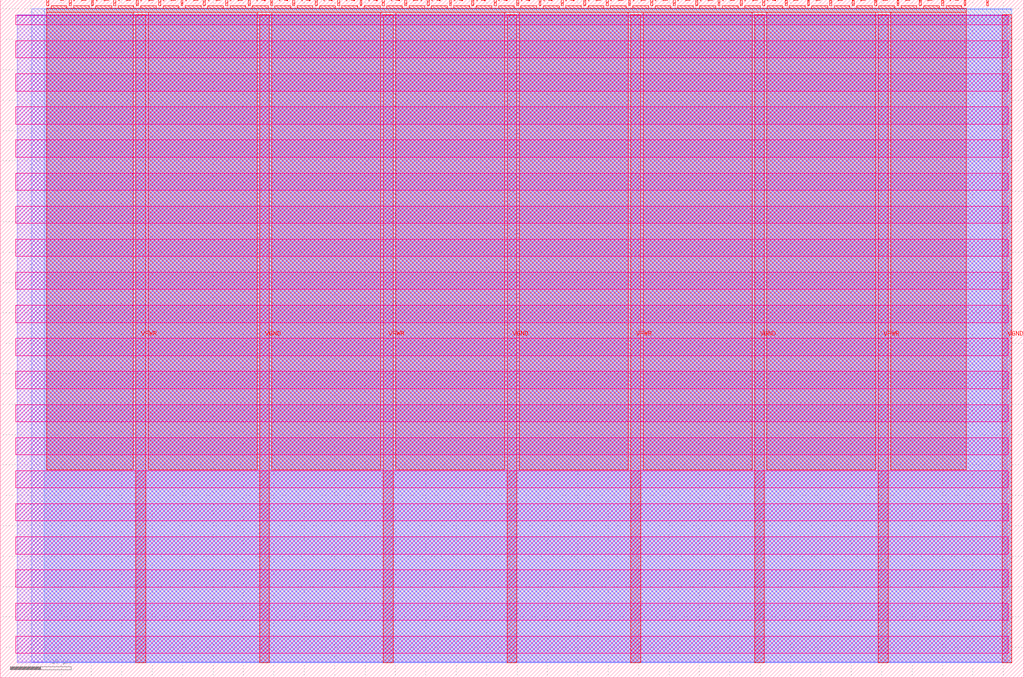
<source format=lef>
VERSION 5.7 ;
  NOWIREEXTENSIONATPIN ON ;
  DIVIDERCHAR "/" ;
  BUSBITCHARS "[]" ;
MACRO tt_um_ashleyjr_delay_line
  CLASS BLOCK ;
  FOREIGN tt_um_ashleyjr_delay_line ;
  ORIGIN 0.000 0.000 ;
  SIZE 168.360 BY 111.520 ;
  PIN VGND
    DIRECTION INOUT ;
    USE GROUND ;
    PORT
      LAYER met4 ;
        RECT 42.670 2.480 44.270 109.040 ;
    END
    PORT
      LAYER met4 ;
        RECT 83.380 2.480 84.980 109.040 ;
    END
    PORT
      LAYER met4 ;
        RECT 124.090 2.480 125.690 109.040 ;
    END
    PORT
      LAYER met4 ;
        RECT 164.800 2.480 166.400 109.040 ;
    END
  END VGND
  PIN VPWR
    DIRECTION INOUT ;
    USE POWER ;
    PORT
      LAYER met4 ;
        RECT 22.315 2.480 23.915 109.040 ;
    END
    PORT
      LAYER met4 ;
        RECT 63.025 2.480 64.625 109.040 ;
    END
    PORT
      LAYER met4 ;
        RECT 103.735 2.480 105.335 109.040 ;
    END
    PORT
      LAYER met4 ;
        RECT 144.445 2.480 146.045 109.040 ;
    END
  END VPWR
  PIN clk
    DIRECTION INPUT ;
    USE SIGNAL ;
    ANTENNAGATEAREA 0.852000 ;
    PORT
      LAYER met4 ;
        RECT 158.550 110.520 158.850 111.520 ;
    END
  END clk
  PIN ena
    DIRECTION INPUT ;
    USE SIGNAL ;
    PORT
      LAYER met4 ;
        RECT 162.230 110.520 162.530 111.520 ;
    END
  END ena
  PIN rst_n
    DIRECTION INPUT ;
    USE SIGNAL ;
    ANTENNAGATEAREA 0.159000 ;
    PORT
      LAYER met4 ;
        RECT 154.870 110.520 155.170 111.520 ;
    END
  END rst_n
  PIN ui_in[0]
    DIRECTION INPUT ;
    USE SIGNAL ;
    ANTENNAGATEAREA 0.213000 ;
    PORT
      LAYER met4 ;
        RECT 151.190 110.520 151.490 111.520 ;
    END
  END ui_in[0]
  PIN ui_in[1]
    DIRECTION INPUT ;
    USE SIGNAL ;
    PORT
      LAYER met4 ;
        RECT 147.510 110.520 147.810 111.520 ;
    END
  END ui_in[1]
  PIN ui_in[2]
    DIRECTION INPUT ;
    USE SIGNAL ;
    PORT
      LAYER met4 ;
        RECT 143.830 110.520 144.130 111.520 ;
    END
  END ui_in[2]
  PIN ui_in[3]
    DIRECTION INPUT ;
    USE SIGNAL ;
    PORT
      LAYER met4 ;
        RECT 140.150 110.520 140.450 111.520 ;
    END
  END ui_in[3]
  PIN ui_in[4]
    DIRECTION INPUT ;
    USE SIGNAL ;
    PORT
      LAYER met4 ;
        RECT 136.470 110.520 136.770 111.520 ;
    END
  END ui_in[4]
  PIN ui_in[5]
    DIRECTION INPUT ;
    USE SIGNAL ;
    PORT
      LAYER met4 ;
        RECT 132.790 110.520 133.090 111.520 ;
    END
  END ui_in[5]
  PIN ui_in[6]
    DIRECTION INPUT ;
    USE SIGNAL ;
    PORT
      LAYER met4 ;
        RECT 129.110 110.520 129.410 111.520 ;
    END
  END ui_in[6]
  PIN ui_in[7]
    DIRECTION INPUT ;
    USE SIGNAL ;
    PORT
      LAYER met4 ;
        RECT 125.430 110.520 125.730 111.520 ;
    END
  END ui_in[7]
  PIN uio_in[0]
    DIRECTION INPUT ;
    USE SIGNAL ;
    PORT
      LAYER met4 ;
        RECT 121.750 110.520 122.050 111.520 ;
    END
  END uio_in[0]
  PIN uio_in[1]
    DIRECTION INPUT ;
    USE SIGNAL ;
    PORT
      LAYER met4 ;
        RECT 118.070 110.520 118.370 111.520 ;
    END
  END uio_in[1]
  PIN uio_in[2]
    DIRECTION INPUT ;
    USE SIGNAL ;
    PORT
      LAYER met4 ;
        RECT 114.390 110.520 114.690 111.520 ;
    END
  END uio_in[2]
  PIN uio_in[3]
    DIRECTION INPUT ;
    USE SIGNAL ;
    PORT
      LAYER met4 ;
        RECT 110.710 110.520 111.010 111.520 ;
    END
  END uio_in[3]
  PIN uio_in[4]
    DIRECTION INPUT ;
    USE SIGNAL ;
    PORT
      LAYER met4 ;
        RECT 107.030 110.520 107.330 111.520 ;
    END
  END uio_in[4]
  PIN uio_in[5]
    DIRECTION INPUT ;
    USE SIGNAL ;
    PORT
      LAYER met4 ;
        RECT 103.350 110.520 103.650 111.520 ;
    END
  END uio_in[5]
  PIN uio_in[6]
    DIRECTION INPUT ;
    USE SIGNAL ;
    PORT
      LAYER met4 ;
        RECT 99.670 110.520 99.970 111.520 ;
    END
  END uio_in[6]
  PIN uio_in[7]
    DIRECTION INPUT ;
    USE SIGNAL ;
    PORT
      LAYER met4 ;
        RECT 95.990 110.520 96.290 111.520 ;
    END
  END uio_in[7]
  PIN uio_oe[0]
    DIRECTION OUTPUT TRISTATE ;
    USE SIGNAL ;
    PORT
      LAYER met4 ;
        RECT 33.430 110.520 33.730 111.520 ;
    END
  END uio_oe[0]
  PIN uio_oe[1]
    DIRECTION OUTPUT TRISTATE ;
    USE SIGNAL ;
    PORT
      LAYER met4 ;
        RECT 29.750 110.520 30.050 111.520 ;
    END
  END uio_oe[1]
  PIN uio_oe[2]
    DIRECTION OUTPUT TRISTATE ;
    USE SIGNAL ;
    PORT
      LAYER met4 ;
        RECT 26.070 110.520 26.370 111.520 ;
    END
  END uio_oe[2]
  PIN uio_oe[3]
    DIRECTION OUTPUT TRISTATE ;
    USE SIGNAL ;
    PORT
      LAYER met4 ;
        RECT 22.390 110.520 22.690 111.520 ;
    END
  END uio_oe[3]
  PIN uio_oe[4]
    DIRECTION OUTPUT TRISTATE ;
    USE SIGNAL ;
    PORT
      LAYER met4 ;
        RECT 18.710 110.520 19.010 111.520 ;
    END
  END uio_oe[4]
  PIN uio_oe[5]
    DIRECTION OUTPUT TRISTATE ;
    USE SIGNAL ;
    PORT
      LAYER met4 ;
        RECT 15.030 110.520 15.330 111.520 ;
    END
  END uio_oe[5]
  PIN uio_oe[6]
    DIRECTION OUTPUT TRISTATE ;
    USE SIGNAL ;
    PORT
      LAYER met4 ;
        RECT 11.350 110.520 11.650 111.520 ;
    END
  END uio_oe[6]
  PIN uio_oe[7]
    DIRECTION OUTPUT TRISTATE ;
    USE SIGNAL ;
    PORT
      LAYER met4 ;
        RECT 7.670 110.520 7.970 111.520 ;
    END
  END uio_oe[7]
  PIN uio_out[0]
    DIRECTION OUTPUT TRISTATE ;
    USE SIGNAL ;
    PORT
      LAYER met4 ;
        RECT 62.870 110.520 63.170 111.520 ;
    END
  END uio_out[0]
  PIN uio_out[1]
    DIRECTION OUTPUT TRISTATE ;
    USE SIGNAL ;
    PORT
      LAYER met4 ;
        RECT 59.190 110.520 59.490 111.520 ;
    END
  END uio_out[1]
  PIN uio_out[2]
    DIRECTION OUTPUT TRISTATE ;
    USE SIGNAL ;
    PORT
      LAYER met4 ;
        RECT 55.510 110.520 55.810 111.520 ;
    END
  END uio_out[2]
  PIN uio_out[3]
    DIRECTION OUTPUT TRISTATE ;
    USE SIGNAL ;
    PORT
      LAYER met4 ;
        RECT 51.830 110.520 52.130 111.520 ;
    END
  END uio_out[3]
  PIN uio_out[4]
    DIRECTION OUTPUT TRISTATE ;
    USE SIGNAL ;
    PORT
      LAYER met4 ;
        RECT 48.150 110.520 48.450 111.520 ;
    END
  END uio_out[4]
  PIN uio_out[5]
    DIRECTION OUTPUT TRISTATE ;
    USE SIGNAL ;
    PORT
      LAYER met4 ;
        RECT 44.470 110.520 44.770 111.520 ;
    END
  END uio_out[5]
  PIN uio_out[6]
    DIRECTION OUTPUT TRISTATE ;
    USE SIGNAL ;
    PORT
      LAYER met4 ;
        RECT 40.790 110.520 41.090 111.520 ;
    END
  END uio_out[6]
  PIN uio_out[7]
    DIRECTION OUTPUT TRISTATE ;
    USE SIGNAL ;
    PORT
      LAYER met4 ;
        RECT 37.110 110.520 37.410 111.520 ;
    END
  END uio_out[7]
  PIN uo_out[0]
    DIRECTION OUTPUT TRISTATE ;
    USE SIGNAL ;
    ANTENNADIFFAREA 0.795200 ;
    PORT
      LAYER met4 ;
        RECT 92.310 110.520 92.610 111.520 ;
    END
  END uo_out[0]
  PIN uo_out[1]
    DIRECTION OUTPUT TRISTATE ;
    USE SIGNAL ;
    PORT
      LAYER met4 ;
        RECT 88.630 110.520 88.930 111.520 ;
    END
  END uo_out[1]
  PIN uo_out[2]
    DIRECTION OUTPUT TRISTATE ;
    USE SIGNAL ;
    PORT
      LAYER met4 ;
        RECT 84.950 110.520 85.250 111.520 ;
    END
  END uo_out[2]
  PIN uo_out[3]
    DIRECTION OUTPUT TRISTATE ;
    USE SIGNAL ;
    PORT
      LAYER met4 ;
        RECT 81.270 110.520 81.570 111.520 ;
    END
  END uo_out[3]
  PIN uo_out[4]
    DIRECTION OUTPUT TRISTATE ;
    USE SIGNAL ;
    PORT
      LAYER met4 ;
        RECT 77.590 110.520 77.890 111.520 ;
    END
  END uo_out[4]
  PIN uo_out[5]
    DIRECTION OUTPUT TRISTATE ;
    USE SIGNAL ;
    PORT
      LAYER met4 ;
        RECT 73.910 110.520 74.210 111.520 ;
    END
  END uo_out[5]
  PIN uo_out[6]
    DIRECTION OUTPUT TRISTATE ;
    USE SIGNAL ;
    PORT
      LAYER met4 ;
        RECT 70.230 110.520 70.530 111.520 ;
    END
  END uo_out[6]
  PIN uo_out[7]
    DIRECTION OUTPUT TRISTATE ;
    USE SIGNAL ;
    PORT
      LAYER met4 ;
        RECT 66.550 110.520 66.850 111.520 ;
    END
  END uo_out[7]
  OBS
      LAYER nwell ;
        RECT 2.570 107.385 165.790 108.990 ;
        RECT 2.570 101.945 165.790 104.775 ;
        RECT 2.570 96.505 165.790 99.335 ;
        RECT 2.570 91.065 165.790 93.895 ;
        RECT 2.570 85.625 165.790 88.455 ;
        RECT 2.570 80.185 165.790 83.015 ;
        RECT 2.570 74.745 165.790 77.575 ;
        RECT 2.570 69.305 165.790 72.135 ;
        RECT 2.570 63.865 165.790 66.695 ;
        RECT 2.570 58.425 165.790 61.255 ;
        RECT 2.570 52.985 165.790 55.815 ;
        RECT 2.570 47.545 165.790 50.375 ;
        RECT 2.570 42.105 165.790 44.935 ;
        RECT 2.570 36.665 165.790 39.495 ;
        RECT 2.570 31.225 165.790 34.055 ;
        RECT 2.570 25.785 165.790 28.615 ;
        RECT 2.570 20.345 165.790 23.175 ;
        RECT 2.570 14.905 165.790 17.735 ;
        RECT 2.570 9.465 165.790 12.295 ;
        RECT 2.570 4.025 165.790 6.855 ;
      LAYER li1 ;
        RECT 2.760 2.635 165.600 108.885 ;
      LAYER met1 ;
        RECT 2.760 2.480 166.400 109.040 ;
      LAYER met2 ;
        RECT 5.160 2.535 166.370 110.005 ;
      LAYER met3 ;
        RECT 7.200 2.555 166.390 109.985 ;
      LAYER met4 ;
        RECT 8.370 110.120 10.950 110.520 ;
        RECT 12.050 110.120 14.630 110.520 ;
        RECT 15.730 110.120 18.310 110.520 ;
        RECT 19.410 110.120 21.990 110.520 ;
        RECT 23.090 110.120 25.670 110.520 ;
        RECT 26.770 110.120 29.350 110.520 ;
        RECT 30.450 110.120 33.030 110.520 ;
        RECT 34.130 110.120 36.710 110.520 ;
        RECT 37.810 110.120 40.390 110.520 ;
        RECT 41.490 110.120 44.070 110.520 ;
        RECT 45.170 110.120 47.750 110.520 ;
        RECT 48.850 110.120 51.430 110.520 ;
        RECT 52.530 110.120 55.110 110.520 ;
        RECT 56.210 110.120 58.790 110.520 ;
        RECT 59.890 110.120 62.470 110.520 ;
        RECT 63.570 110.120 66.150 110.520 ;
        RECT 67.250 110.120 69.830 110.520 ;
        RECT 70.930 110.120 73.510 110.520 ;
        RECT 74.610 110.120 77.190 110.520 ;
        RECT 78.290 110.120 80.870 110.520 ;
        RECT 81.970 110.120 84.550 110.520 ;
        RECT 85.650 110.120 88.230 110.520 ;
        RECT 89.330 110.120 91.910 110.520 ;
        RECT 93.010 110.120 95.590 110.520 ;
        RECT 96.690 110.120 99.270 110.520 ;
        RECT 100.370 110.120 102.950 110.520 ;
        RECT 104.050 110.120 106.630 110.520 ;
        RECT 107.730 110.120 110.310 110.520 ;
        RECT 111.410 110.120 113.990 110.520 ;
        RECT 115.090 110.120 117.670 110.520 ;
        RECT 118.770 110.120 121.350 110.520 ;
        RECT 122.450 110.120 125.030 110.520 ;
        RECT 126.130 110.120 128.710 110.520 ;
        RECT 129.810 110.120 132.390 110.520 ;
        RECT 133.490 110.120 136.070 110.520 ;
        RECT 137.170 110.120 139.750 110.520 ;
        RECT 140.850 110.120 143.430 110.520 ;
        RECT 144.530 110.120 147.110 110.520 ;
        RECT 148.210 110.120 150.790 110.520 ;
        RECT 151.890 110.120 154.470 110.520 ;
        RECT 155.570 110.120 158.150 110.520 ;
        RECT 7.655 109.440 158.865 110.120 ;
        RECT 7.655 34.175 21.915 109.440 ;
        RECT 24.315 34.175 42.270 109.440 ;
        RECT 44.670 34.175 62.625 109.440 ;
        RECT 65.025 34.175 82.980 109.440 ;
        RECT 85.380 34.175 103.335 109.440 ;
        RECT 105.735 34.175 123.690 109.440 ;
        RECT 126.090 34.175 144.045 109.440 ;
        RECT 146.445 34.175 158.865 109.440 ;
  END
END tt_um_ashleyjr_delay_line
END LIBRARY


</source>
